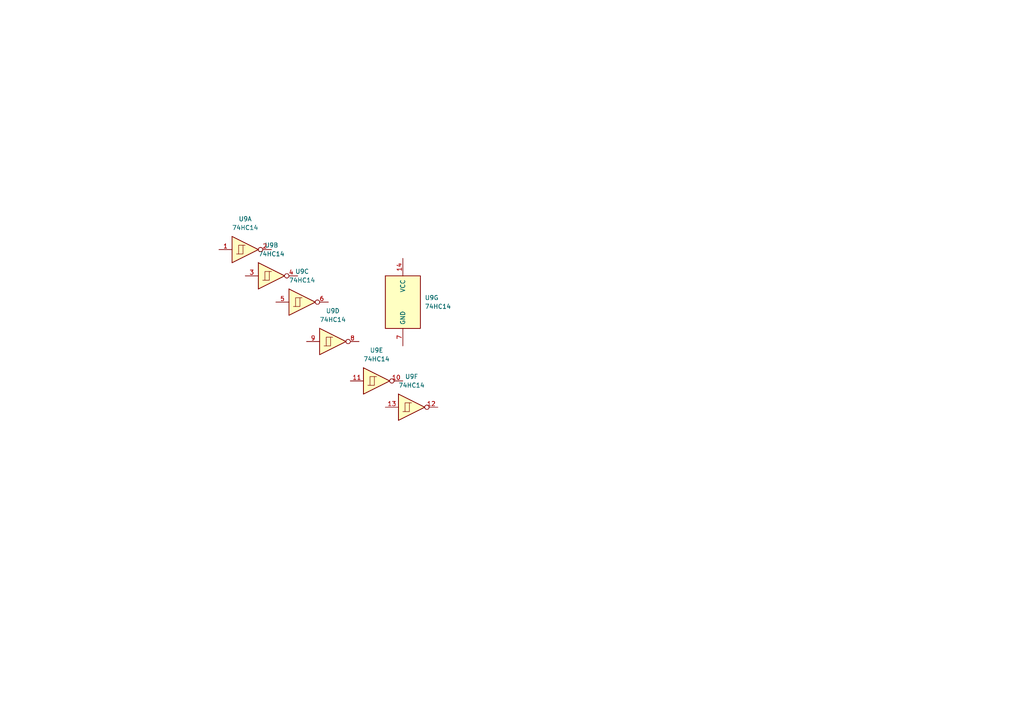
<source format=kicad_sch>
(kicad_sch (version 20250114) (generator "eeschema") (generator_version "9.0")
  (paper "A4")
  (lib_symbols
    (symbol "74xx:74HC14" (pin_names (offset 1.016))
      (property "Reference" "U" (at 0 1.27 0))
      (property "Value" "74HC14" (at 0 -1.27 0))
      (symbol "74HC14_1_0"
        (polyline (pts (xy -3.81 3.81) (xy -3.81 -3.81) (xy 3.81 0) (xy -3.81 3.81)) (stroke (width 0.254)) (fill (type background)))
        (pin input line (at -7.62 0 0) (length 3.81) (name "~") (number "1"))
        (pin output inverted (at 7.62 0 180) (length 3.81) (name "~") (number "2"))
      )
      (symbol "74HC14_1_1"
        (polyline (pts (xy -2.54 -1.27) (xy -0.635 -1.27) (xy -0.635 1.27) (xy 0 1.27)))
        (polyline (pts (xy -1.905 -1.27) (xy -1.905 1.27) (xy -0.635 1.27)))
      )
      (symbol "74HC14_2_0"
        (polyline (pts (xy -3.81 3.81) (xy -3.81 -3.81) (xy 3.81 0) (xy -3.81 3.81)) (stroke (width 0.254)) (fill (type background)))
        (pin input line (at -7.62 0 0) (length 3.81) (name "~") (number "3"))
        (pin output inverted (at 7.62 0 180) (length 3.81) (name "~") (number "4"))
      )
      (symbol "74HC14_2_1"
        (polyline (pts (xy -2.54 -1.27) (xy -0.635 -1.27) (xy -0.635 1.27) (xy 0 1.27)))
        (polyline (pts (xy -1.905 -1.27) (xy -1.905 1.27) (xy -0.635 1.27)))
      )
      (symbol "74HC14_3_0"
        (polyline (pts (xy -3.81 3.81) (xy -3.81 -3.81) (xy 3.81 0) (xy -3.81 3.81)) (stroke (width 0.254)) (fill (type background)))
        (pin input line (at -7.62 0 0) (length 3.81) (name "~") (number "5"))
        (pin output inverted (at 7.62 0 180) (length 3.81) (name "~") (number "6"))
      )
      (symbol "74HC14_3_1"
        (polyline (pts (xy -2.54 -1.27) (xy -0.635 -1.27) (xy -0.635 1.27) (xy 0 1.27)))
        (polyline (pts (xy -1.905 -1.27) (xy -1.905 1.27) (xy -0.635 1.27)))
      )
      (symbol "74HC14_4_0"
        (polyline (pts (xy -3.81 3.81) (xy -3.81 -3.81) (xy 3.81 0) (xy -3.81 3.81)) (stroke (width 0.254)) (fill (type background)))
        (pin input line (at -7.62 0 0) (length 3.81) (name "~") (number "9"))
        (pin output inverted (at 7.62 0 180) (length 3.81) (name "~") (number "8"))
      )
      (symbol "74HC14_4_1"
        (polyline (pts (xy -2.54 -1.27) (xy -0.635 -1.27) (xy -0.635 1.27) (xy 0 1.27)))
        (polyline (pts (xy -1.905 -1.27) (xy -1.905 1.27) (xy -0.635 1.27)))
      )
      (symbol "74HC14_5_0"
        (polyline (pts (xy -3.81 3.81) (xy -3.81 -3.81) (xy 3.81 0) (xy -3.81 3.81)) (stroke (width 0.254)) (fill (type background)))
        (pin input line (at -7.62 0 0) (length 3.81) (name "~") (number "11"))
        (pin output inverted (at 7.62 0 180) (length 3.81) (name "~") (number "10"))
      )
      (symbol "74HC14_5_1"
        (polyline (pts (xy -2.54 -1.27) (xy -0.635 -1.27) (xy -0.635 1.27) (xy 0 1.27)))
        (polyline (pts (xy -1.905 -1.27) (xy -1.905 1.27) (xy -0.635 1.27)))
      )
      (symbol "74HC14_6_0"
        (polyline (pts (xy -3.81 3.81) (xy -3.81 -3.81) (xy 3.81 0) (xy -3.81 3.81)) (stroke (width 0.254)) (fill (type background)))
        (pin input line (at -7.62 0 0) (length 3.81) (name "~") (number "13"))
        (pin output inverted (at 7.62 0 180) (length 3.81) (name "~") (number "12"))
      )
      (symbol "74HC14_6_1"
        (polyline (pts (xy -2.54 -1.27) (xy -0.635 -1.27) (xy -0.635 1.27) (xy 0 1.27)))
        (polyline (pts (xy -1.905 -1.27) (xy -1.905 1.27) (xy -0.635 1.27)))
      )
      (symbol "74HC14_7_0"
        (pin power_in line (at 0 12.7 270) (length 5.08) (name "VCC") (number "14"))
        (pin power_in line (at 0 -12.7 90) (length 5.08) (name "GND") (number "7"))
      )
      (symbol "74HC14_7_1"
        (rectangle (start -5.08 7.62) (end 5.08 -7.62) (stroke (width 0.254)) (fill (type background)))
      )
    )
  )
  (symbol (lib_id "74xx:74HC14") (at 71.12 72.39 0) (unit 1)
    (property "Reference" "U9" (at 71.12 63.5 0))
    (property "Value" "74HC14" (at 71.12 66.04 0))
    (property "Datasheet" "http://www.ti.com/lit/gpn/sn74HC14" (effects (hide yes)))
    (property "Description" "Hex inverter schmitt trigger" (effects (hide yes)))
  )
  (symbol (lib_id "74xx:74HC14") (at 119.38 118.11 0) (unit 6)
    (property "Reference" "U9" (at 119.38 109.22 0))
    (property "Value" "74HC14" (at 119.38 111.76 0))
    (property "Datasheet" "http://www.ti.com/lit/gpn/sn74HC14" (effects (hide yes)))
    (property "Description" "Hex inverter schmitt trigger" (effects (hide yes)))
  )
  (symbol (lib_id "74xx:74HC14") (at 78.74 80.01 0) (unit 2)
    (property "Reference" "U9" (at 78.74 71.12 0))
    (property "Value" "74HC14" (at 78.74 73.66 0))
    (property "Datasheet" "http://www.ti.com/lit/gpn/sn74HC14" (effects (hide yes)))
    (property "Description" "Hex inverter schmitt trigger" (effects (hide yes)))
  )
  (symbol (lib_id "74xx:74HC14") (at 96.52 99.06 0) (unit 4)
    (property "Reference" "U9" (at 96.52 90.17 0))
    (property "Value" "74HC14" (at 96.52 92.71 0))
    (property "Datasheet" "http://www.ti.com/lit/gpn/sn74HC14" (effects (hide yes)))
    (property "Description" "Hex inverter schmitt trigger" (effects (hide yes)))
  )
  (symbol (lib_id "74xx:74HC14") (at 116.84 87.63 0) (unit 7)
    (property "Reference" "U9" (at 123.19 86.3599 0) (effects (justify left)))
    (property "Value" "74HC14" (at 123.19 88.8999 0) (effects (justify left)))
    (property "Datasheet" "http://www.ti.com/lit/gpn/sn74HC14" (effects (hide yes)))
    (property "Description" "Hex inverter schmitt trigger" (effects (hide yes)))
  )
  (symbol (lib_id "74xx:74HC14") (at 109.22 110.49 0) (unit 5)
    (property "Reference" "U9" (at 109.22 101.6 0))
    (property "Value" "74HC14" (at 109.22 104.14 0))
    (property "Datasheet" "http://www.ti.com/lit/gpn/sn74HC14" (effects (hide yes)))
    (property "Description" "Hex inverter schmitt trigger" (effects (hide yes)))
  )
  (symbol (lib_id "74xx:74HC14") (at 87.63 87.63 0) (unit 3)
    (property "Reference" "U9" (at 87.63 78.74 0))
    (property "Value" "74HC14" (at 87.63 81.28 0))
    (property "Datasheet" "http://www.ti.com/lit/gpn/sn74HC14" (effects (hide yes)))
    (property "Description" "Hex inverter schmitt trigger" (effects (hide yes)))
  )
)
</source>
